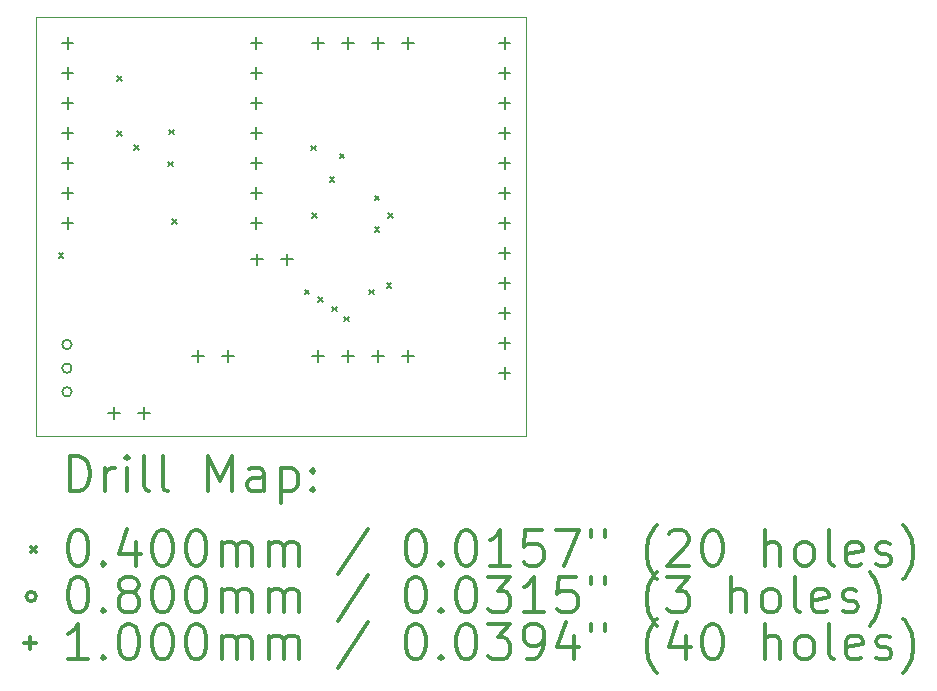
<source format=gbr>
%FSLAX45Y45*%
G04 Gerber Fmt 4.5, Leading zero omitted, Abs format (unit mm)*
G04 Created by KiCad (PCBNEW (5.1.10-1-10_14)) date 2022-02-17 23:12:56*
%MOMM*%
%LPD*%
G01*
G04 APERTURE LIST*
%TA.AperFunction,Profile*%
%ADD10C,0.050000*%
%TD*%
%ADD11C,0.200000*%
%ADD12C,0.300000*%
G04 APERTURE END LIST*
D10*
X9450000Y-2900000D02*
X5300000Y-2900000D01*
X9450000Y-6450000D02*
X9450000Y-2900000D01*
X5300000Y-6450000D02*
X9450000Y-6450000D01*
X5300000Y-2900000D02*
X5300000Y-6450000D01*
D11*
X5490000Y-4900000D02*
X5530000Y-4940000D01*
X5530000Y-4900000D02*
X5490000Y-4940000D01*
X5985000Y-3400000D02*
X6025000Y-3440000D01*
X6025000Y-3400000D02*
X5985000Y-3440000D01*
X5985000Y-3870000D02*
X6025000Y-3910000D01*
X6025000Y-3870000D02*
X5985000Y-3910000D01*
X6127500Y-3987500D02*
X6167500Y-4027500D01*
X6167500Y-3987500D02*
X6127500Y-4027500D01*
X6417500Y-4127500D02*
X6457500Y-4167500D01*
X6457500Y-4127500D02*
X6417500Y-4167500D01*
X6425000Y-3855000D02*
X6465000Y-3895000D01*
X6465000Y-3855000D02*
X6425000Y-3895000D01*
X6452500Y-4612500D02*
X6492500Y-4652500D01*
X6492500Y-4612500D02*
X6452500Y-4652500D01*
X7572500Y-5210000D02*
X7612500Y-5250000D01*
X7612500Y-5210000D02*
X7572500Y-5250000D01*
X7625015Y-3992515D02*
X7665015Y-4032515D01*
X7665015Y-3992515D02*
X7625015Y-4032515D01*
X7635000Y-4560000D02*
X7675000Y-4600000D01*
X7675000Y-4560000D02*
X7635000Y-4600000D01*
X7687500Y-5275000D02*
X7727500Y-5315000D01*
X7727500Y-5275000D02*
X7687500Y-5315000D01*
X7785000Y-4260000D02*
X7825000Y-4300000D01*
X7825000Y-4260000D02*
X7785000Y-4300000D01*
X7802500Y-5355000D02*
X7842500Y-5395000D01*
X7842500Y-5355000D02*
X7802500Y-5395000D01*
X7870000Y-4060000D02*
X7910000Y-4100000D01*
X7910000Y-4060000D02*
X7870000Y-4100000D01*
X7905000Y-5440000D02*
X7945000Y-5480000D01*
X7945000Y-5440000D02*
X7905000Y-5480000D01*
X8120000Y-5210000D02*
X8160000Y-5250000D01*
X8160000Y-5210000D02*
X8120000Y-5250000D01*
X8165000Y-4415000D02*
X8205000Y-4455000D01*
X8205000Y-4415000D02*
X8165000Y-4455000D01*
X8165000Y-4680000D02*
X8205000Y-4720000D01*
X8205000Y-4680000D02*
X8165000Y-4720000D01*
X8267500Y-5157500D02*
X8307500Y-5197500D01*
X8307500Y-5157500D02*
X8267500Y-5197500D01*
X8280000Y-4560000D02*
X8320000Y-4600000D01*
X8320000Y-4560000D02*
X8280000Y-4600000D01*
X5600000Y-5675000D02*
G75*
G03*
X5600000Y-5675000I-40000J0D01*
G01*
X5600000Y-5875000D02*
G75*
G03*
X5600000Y-5875000I-40000J0D01*
G01*
X5600000Y-6075000D02*
G75*
G03*
X5600000Y-6075000I-40000J0D01*
G01*
X5565000Y-3073000D02*
X5565000Y-3173000D01*
X5515000Y-3123000D02*
X5615000Y-3123000D01*
X5565000Y-3327000D02*
X5565000Y-3427000D01*
X5515000Y-3377000D02*
X5615000Y-3377000D01*
X5565000Y-3581000D02*
X5565000Y-3681000D01*
X5515000Y-3631000D02*
X5615000Y-3631000D01*
X5565000Y-3835000D02*
X5565000Y-3935000D01*
X5515000Y-3885000D02*
X5615000Y-3885000D01*
X5565000Y-4089000D02*
X5565000Y-4189000D01*
X5515000Y-4139000D02*
X5615000Y-4139000D01*
X5565000Y-4343000D02*
X5565000Y-4443000D01*
X5515000Y-4393000D02*
X5615000Y-4393000D01*
X5565000Y-4597000D02*
X5565000Y-4697000D01*
X5515000Y-4647000D02*
X5615000Y-4647000D01*
X5956000Y-6205000D02*
X5956000Y-6305000D01*
X5906000Y-6255000D02*
X6006000Y-6255000D01*
X6210000Y-6205000D02*
X6210000Y-6305000D01*
X6160000Y-6255000D02*
X6260000Y-6255000D01*
X6671000Y-5725000D02*
X6671000Y-5825000D01*
X6621000Y-5775000D02*
X6721000Y-5775000D01*
X6925000Y-5725000D02*
X6925000Y-5825000D01*
X6875000Y-5775000D02*
X6975000Y-5775000D01*
X7165000Y-3073000D02*
X7165000Y-3173000D01*
X7115000Y-3123000D02*
X7215000Y-3123000D01*
X7165000Y-3327000D02*
X7165000Y-3427000D01*
X7115000Y-3377000D02*
X7215000Y-3377000D01*
X7165000Y-3581000D02*
X7165000Y-3681000D01*
X7115000Y-3631000D02*
X7215000Y-3631000D01*
X7165000Y-3835000D02*
X7165000Y-3935000D01*
X7115000Y-3885000D02*
X7215000Y-3885000D01*
X7165000Y-4089000D02*
X7165000Y-4189000D01*
X7115000Y-4139000D02*
X7215000Y-4139000D01*
X7165000Y-4343000D02*
X7165000Y-4443000D01*
X7115000Y-4393000D02*
X7215000Y-4393000D01*
X7165000Y-4597000D02*
X7165000Y-4697000D01*
X7115000Y-4647000D02*
X7215000Y-4647000D01*
X7166000Y-4905000D02*
X7166000Y-5005000D01*
X7116000Y-4955000D02*
X7216000Y-4955000D01*
X7420000Y-4905000D02*
X7420000Y-5005000D01*
X7370000Y-4955000D02*
X7470000Y-4955000D01*
X7685000Y-3070000D02*
X7685000Y-3170000D01*
X7635000Y-3120000D02*
X7735000Y-3120000D01*
X7687000Y-5725000D02*
X7687000Y-5825000D01*
X7637000Y-5775000D02*
X7737000Y-5775000D01*
X7939000Y-3070000D02*
X7939000Y-3170000D01*
X7889000Y-3120000D02*
X7989000Y-3120000D01*
X7941000Y-5725000D02*
X7941000Y-5825000D01*
X7891000Y-5775000D02*
X7991000Y-5775000D01*
X8193000Y-3070000D02*
X8193000Y-3170000D01*
X8143000Y-3120000D02*
X8243000Y-3120000D01*
X8195000Y-5725000D02*
X8195000Y-5825000D01*
X8145000Y-5775000D02*
X8245000Y-5775000D01*
X8447000Y-3070000D02*
X8447000Y-3170000D01*
X8397000Y-3120000D02*
X8497000Y-3120000D01*
X8449000Y-5725000D02*
X8449000Y-5825000D01*
X8399000Y-5775000D02*
X8499000Y-5775000D01*
X9265000Y-3075000D02*
X9265000Y-3175000D01*
X9215000Y-3125000D02*
X9315000Y-3125000D01*
X9265000Y-3329000D02*
X9265000Y-3429000D01*
X9215000Y-3379000D02*
X9315000Y-3379000D01*
X9265000Y-3583000D02*
X9265000Y-3683000D01*
X9215000Y-3633000D02*
X9315000Y-3633000D01*
X9265000Y-3837000D02*
X9265000Y-3937000D01*
X9215000Y-3887000D02*
X9315000Y-3887000D01*
X9265000Y-4091000D02*
X9265000Y-4191000D01*
X9215000Y-4141000D02*
X9315000Y-4141000D01*
X9265000Y-4345000D02*
X9265000Y-4445000D01*
X9215000Y-4395000D02*
X9315000Y-4395000D01*
X9265000Y-4599000D02*
X9265000Y-4699000D01*
X9215000Y-4649000D02*
X9315000Y-4649000D01*
X9265000Y-4853000D02*
X9265000Y-4953000D01*
X9215000Y-4903000D02*
X9315000Y-4903000D01*
X9265000Y-5107000D02*
X9265000Y-5207000D01*
X9215000Y-5157000D02*
X9315000Y-5157000D01*
X9265000Y-5361000D02*
X9265000Y-5461000D01*
X9215000Y-5411000D02*
X9315000Y-5411000D01*
X9265000Y-5615000D02*
X9265000Y-5715000D01*
X9215000Y-5665000D02*
X9315000Y-5665000D01*
X9265000Y-5869000D02*
X9265000Y-5969000D01*
X9215000Y-5919000D02*
X9315000Y-5919000D01*
D12*
X5583928Y-6918214D02*
X5583928Y-6618214D01*
X5655357Y-6618214D01*
X5698214Y-6632500D01*
X5726786Y-6661071D01*
X5741071Y-6689643D01*
X5755357Y-6746786D01*
X5755357Y-6789643D01*
X5741071Y-6846786D01*
X5726786Y-6875357D01*
X5698214Y-6903929D01*
X5655357Y-6918214D01*
X5583928Y-6918214D01*
X5883928Y-6918214D02*
X5883928Y-6718214D01*
X5883928Y-6775357D02*
X5898214Y-6746786D01*
X5912500Y-6732500D01*
X5941071Y-6718214D01*
X5969643Y-6718214D01*
X6069643Y-6918214D02*
X6069643Y-6718214D01*
X6069643Y-6618214D02*
X6055357Y-6632500D01*
X6069643Y-6646786D01*
X6083928Y-6632500D01*
X6069643Y-6618214D01*
X6069643Y-6646786D01*
X6255357Y-6918214D02*
X6226786Y-6903929D01*
X6212500Y-6875357D01*
X6212500Y-6618214D01*
X6412500Y-6918214D02*
X6383928Y-6903929D01*
X6369643Y-6875357D01*
X6369643Y-6618214D01*
X6755357Y-6918214D02*
X6755357Y-6618214D01*
X6855357Y-6832500D01*
X6955357Y-6618214D01*
X6955357Y-6918214D01*
X7226786Y-6918214D02*
X7226786Y-6761071D01*
X7212500Y-6732500D01*
X7183928Y-6718214D01*
X7126786Y-6718214D01*
X7098214Y-6732500D01*
X7226786Y-6903929D02*
X7198214Y-6918214D01*
X7126786Y-6918214D01*
X7098214Y-6903929D01*
X7083928Y-6875357D01*
X7083928Y-6846786D01*
X7098214Y-6818214D01*
X7126786Y-6803929D01*
X7198214Y-6803929D01*
X7226786Y-6789643D01*
X7369643Y-6718214D02*
X7369643Y-7018214D01*
X7369643Y-6732500D02*
X7398214Y-6718214D01*
X7455357Y-6718214D01*
X7483928Y-6732500D01*
X7498214Y-6746786D01*
X7512500Y-6775357D01*
X7512500Y-6861071D01*
X7498214Y-6889643D01*
X7483928Y-6903929D01*
X7455357Y-6918214D01*
X7398214Y-6918214D01*
X7369643Y-6903929D01*
X7641071Y-6889643D02*
X7655357Y-6903929D01*
X7641071Y-6918214D01*
X7626786Y-6903929D01*
X7641071Y-6889643D01*
X7641071Y-6918214D01*
X7641071Y-6732500D02*
X7655357Y-6746786D01*
X7641071Y-6761071D01*
X7626786Y-6746786D01*
X7641071Y-6732500D01*
X7641071Y-6761071D01*
X5257500Y-7392500D02*
X5297500Y-7432500D01*
X5297500Y-7392500D02*
X5257500Y-7432500D01*
X5641071Y-7248214D02*
X5669643Y-7248214D01*
X5698214Y-7262500D01*
X5712500Y-7276786D01*
X5726786Y-7305357D01*
X5741071Y-7362500D01*
X5741071Y-7433929D01*
X5726786Y-7491071D01*
X5712500Y-7519643D01*
X5698214Y-7533929D01*
X5669643Y-7548214D01*
X5641071Y-7548214D01*
X5612500Y-7533929D01*
X5598214Y-7519643D01*
X5583928Y-7491071D01*
X5569643Y-7433929D01*
X5569643Y-7362500D01*
X5583928Y-7305357D01*
X5598214Y-7276786D01*
X5612500Y-7262500D01*
X5641071Y-7248214D01*
X5869643Y-7519643D02*
X5883928Y-7533929D01*
X5869643Y-7548214D01*
X5855357Y-7533929D01*
X5869643Y-7519643D01*
X5869643Y-7548214D01*
X6141071Y-7348214D02*
X6141071Y-7548214D01*
X6069643Y-7233929D02*
X5998214Y-7448214D01*
X6183928Y-7448214D01*
X6355357Y-7248214D02*
X6383928Y-7248214D01*
X6412500Y-7262500D01*
X6426786Y-7276786D01*
X6441071Y-7305357D01*
X6455357Y-7362500D01*
X6455357Y-7433929D01*
X6441071Y-7491071D01*
X6426786Y-7519643D01*
X6412500Y-7533929D01*
X6383928Y-7548214D01*
X6355357Y-7548214D01*
X6326786Y-7533929D01*
X6312500Y-7519643D01*
X6298214Y-7491071D01*
X6283928Y-7433929D01*
X6283928Y-7362500D01*
X6298214Y-7305357D01*
X6312500Y-7276786D01*
X6326786Y-7262500D01*
X6355357Y-7248214D01*
X6641071Y-7248214D02*
X6669643Y-7248214D01*
X6698214Y-7262500D01*
X6712500Y-7276786D01*
X6726786Y-7305357D01*
X6741071Y-7362500D01*
X6741071Y-7433929D01*
X6726786Y-7491071D01*
X6712500Y-7519643D01*
X6698214Y-7533929D01*
X6669643Y-7548214D01*
X6641071Y-7548214D01*
X6612500Y-7533929D01*
X6598214Y-7519643D01*
X6583928Y-7491071D01*
X6569643Y-7433929D01*
X6569643Y-7362500D01*
X6583928Y-7305357D01*
X6598214Y-7276786D01*
X6612500Y-7262500D01*
X6641071Y-7248214D01*
X6869643Y-7548214D02*
X6869643Y-7348214D01*
X6869643Y-7376786D02*
X6883928Y-7362500D01*
X6912500Y-7348214D01*
X6955357Y-7348214D01*
X6983928Y-7362500D01*
X6998214Y-7391071D01*
X6998214Y-7548214D01*
X6998214Y-7391071D02*
X7012500Y-7362500D01*
X7041071Y-7348214D01*
X7083928Y-7348214D01*
X7112500Y-7362500D01*
X7126786Y-7391071D01*
X7126786Y-7548214D01*
X7269643Y-7548214D02*
X7269643Y-7348214D01*
X7269643Y-7376786D02*
X7283928Y-7362500D01*
X7312500Y-7348214D01*
X7355357Y-7348214D01*
X7383928Y-7362500D01*
X7398214Y-7391071D01*
X7398214Y-7548214D01*
X7398214Y-7391071D02*
X7412500Y-7362500D01*
X7441071Y-7348214D01*
X7483928Y-7348214D01*
X7512500Y-7362500D01*
X7526786Y-7391071D01*
X7526786Y-7548214D01*
X8112500Y-7233929D02*
X7855357Y-7619643D01*
X8498214Y-7248214D02*
X8526786Y-7248214D01*
X8555357Y-7262500D01*
X8569643Y-7276786D01*
X8583928Y-7305357D01*
X8598214Y-7362500D01*
X8598214Y-7433929D01*
X8583928Y-7491071D01*
X8569643Y-7519643D01*
X8555357Y-7533929D01*
X8526786Y-7548214D01*
X8498214Y-7548214D01*
X8469643Y-7533929D01*
X8455357Y-7519643D01*
X8441071Y-7491071D01*
X8426786Y-7433929D01*
X8426786Y-7362500D01*
X8441071Y-7305357D01*
X8455357Y-7276786D01*
X8469643Y-7262500D01*
X8498214Y-7248214D01*
X8726786Y-7519643D02*
X8741071Y-7533929D01*
X8726786Y-7548214D01*
X8712500Y-7533929D01*
X8726786Y-7519643D01*
X8726786Y-7548214D01*
X8926786Y-7248214D02*
X8955357Y-7248214D01*
X8983928Y-7262500D01*
X8998214Y-7276786D01*
X9012500Y-7305357D01*
X9026786Y-7362500D01*
X9026786Y-7433929D01*
X9012500Y-7491071D01*
X8998214Y-7519643D01*
X8983928Y-7533929D01*
X8955357Y-7548214D01*
X8926786Y-7548214D01*
X8898214Y-7533929D01*
X8883928Y-7519643D01*
X8869643Y-7491071D01*
X8855357Y-7433929D01*
X8855357Y-7362500D01*
X8869643Y-7305357D01*
X8883928Y-7276786D01*
X8898214Y-7262500D01*
X8926786Y-7248214D01*
X9312500Y-7548214D02*
X9141071Y-7548214D01*
X9226786Y-7548214D02*
X9226786Y-7248214D01*
X9198214Y-7291071D01*
X9169643Y-7319643D01*
X9141071Y-7333929D01*
X9583928Y-7248214D02*
X9441071Y-7248214D01*
X9426786Y-7391071D01*
X9441071Y-7376786D01*
X9469643Y-7362500D01*
X9541071Y-7362500D01*
X9569643Y-7376786D01*
X9583928Y-7391071D01*
X9598214Y-7419643D01*
X9598214Y-7491071D01*
X9583928Y-7519643D01*
X9569643Y-7533929D01*
X9541071Y-7548214D01*
X9469643Y-7548214D01*
X9441071Y-7533929D01*
X9426786Y-7519643D01*
X9698214Y-7248214D02*
X9898214Y-7248214D01*
X9769643Y-7548214D01*
X9998214Y-7248214D02*
X9998214Y-7305357D01*
X10112500Y-7248214D02*
X10112500Y-7305357D01*
X10555357Y-7662500D02*
X10541071Y-7648214D01*
X10512500Y-7605357D01*
X10498214Y-7576786D01*
X10483928Y-7533929D01*
X10469643Y-7462500D01*
X10469643Y-7405357D01*
X10483928Y-7333929D01*
X10498214Y-7291071D01*
X10512500Y-7262500D01*
X10541071Y-7219643D01*
X10555357Y-7205357D01*
X10655357Y-7276786D02*
X10669643Y-7262500D01*
X10698214Y-7248214D01*
X10769643Y-7248214D01*
X10798214Y-7262500D01*
X10812500Y-7276786D01*
X10826786Y-7305357D01*
X10826786Y-7333929D01*
X10812500Y-7376786D01*
X10641071Y-7548214D01*
X10826786Y-7548214D01*
X11012500Y-7248214D02*
X11041071Y-7248214D01*
X11069643Y-7262500D01*
X11083928Y-7276786D01*
X11098214Y-7305357D01*
X11112500Y-7362500D01*
X11112500Y-7433929D01*
X11098214Y-7491071D01*
X11083928Y-7519643D01*
X11069643Y-7533929D01*
X11041071Y-7548214D01*
X11012500Y-7548214D01*
X10983928Y-7533929D01*
X10969643Y-7519643D01*
X10955357Y-7491071D01*
X10941071Y-7433929D01*
X10941071Y-7362500D01*
X10955357Y-7305357D01*
X10969643Y-7276786D01*
X10983928Y-7262500D01*
X11012500Y-7248214D01*
X11469643Y-7548214D02*
X11469643Y-7248214D01*
X11598214Y-7548214D02*
X11598214Y-7391071D01*
X11583928Y-7362500D01*
X11555357Y-7348214D01*
X11512500Y-7348214D01*
X11483928Y-7362500D01*
X11469643Y-7376786D01*
X11783928Y-7548214D02*
X11755357Y-7533929D01*
X11741071Y-7519643D01*
X11726786Y-7491071D01*
X11726786Y-7405357D01*
X11741071Y-7376786D01*
X11755357Y-7362500D01*
X11783928Y-7348214D01*
X11826786Y-7348214D01*
X11855357Y-7362500D01*
X11869643Y-7376786D01*
X11883928Y-7405357D01*
X11883928Y-7491071D01*
X11869643Y-7519643D01*
X11855357Y-7533929D01*
X11826786Y-7548214D01*
X11783928Y-7548214D01*
X12055357Y-7548214D02*
X12026786Y-7533929D01*
X12012500Y-7505357D01*
X12012500Y-7248214D01*
X12283928Y-7533929D02*
X12255357Y-7548214D01*
X12198214Y-7548214D01*
X12169643Y-7533929D01*
X12155357Y-7505357D01*
X12155357Y-7391071D01*
X12169643Y-7362500D01*
X12198214Y-7348214D01*
X12255357Y-7348214D01*
X12283928Y-7362500D01*
X12298214Y-7391071D01*
X12298214Y-7419643D01*
X12155357Y-7448214D01*
X12412500Y-7533929D02*
X12441071Y-7548214D01*
X12498214Y-7548214D01*
X12526786Y-7533929D01*
X12541071Y-7505357D01*
X12541071Y-7491071D01*
X12526786Y-7462500D01*
X12498214Y-7448214D01*
X12455357Y-7448214D01*
X12426786Y-7433929D01*
X12412500Y-7405357D01*
X12412500Y-7391071D01*
X12426786Y-7362500D01*
X12455357Y-7348214D01*
X12498214Y-7348214D01*
X12526786Y-7362500D01*
X12641071Y-7662500D02*
X12655357Y-7648214D01*
X12683928Y-7605357D01*
X12698214Y-7576786D01*
X12712500Y-7533929D01*
X12726786Y-7462500D01*
X12726786Y-7405357D01*
X12712500Y-7333929D01*
X12698214Y-7291071D01*
X12683928Y-7262500D01*
X12655357Y-7219643D01*
X12641071Y-7205357D01*
X5297500Y-7808500D02*
G75*
G03*
X5297500Y-7808500I-40000J0D01*
G01*
X5641071Y-7644214D02*
X5669643Y-7644214D01*
X5698214Y-7658500D01*
X5712500Y-7672786D01*
X5726786Y-7701357D01*
X5741071Y-7758500D01*
X5741071Y-7829929D01*
X5726786Y-7887071D01*
X5712500Y-7915643D01*
X5698214Y-7929929D01*
X5669643Y-7944214D01*
X5641071Y-7944214D01*
X5612500Y-7929929D01*
X5598214Y-7915643D01*
X5583928Y-7887071D01*
X5569643Y-7829929D01*
X5569643Y-7758500D01*
X5583928Y-7701357D01*
X5598214Y-7672786D01*
X5612500Y-7658500D01*
X5641071Y-7644214D01*
X5869643Y-7915643D02*
X5883928Y-7929929D01*
X5869643Y-7944214D01*
X5855357Y-7929929D01*
X5869643Y-7915643D01*
X5869643Y-7944214D01*
X6055357Y-7772786D02*
X6026786Y-7758500D01*
X6012500Y-7744214D01*
X5998214Y-7715643D01*
X5998214Y-7701357D01*
X6012500Y-7672786D01*
X6026786Y-7658500D01*
X6055357Y-7644214D01*
X6112500Y-7644214D01*
X6141071Y-7658500D01*
X6155357Y-7672786D01*
X6169643Y-7701357D01*
X6169643Y-7715643D01*
X6155357Y-7744214D01*
X6141071Y-7758500D01*
X6112500Y-7772786D01*
X6055357Y-7772786D01*
X6026786Y-7787071D01*
X6012500Y-7801357D01*
X5998214Y-7829929D01*
X5998214Y-7887071D01*
X6012500Y-7915643D01*
X6026786Y-7929929D01*
X6055357Y-7944214D01*
X6112500Y-7944214D01*
X6141071Y-7929929D01*
X6155357Y-7915643D01*
X6169643Y-7887071D01*
X6169643Y-7829929D01*
X6155357Y-7801357D01*
X6141071Y-7787071D01*
X6112500Y-7772786D01*
X6355357Y-7644214D02*
X6383928Y-7644214D01*
X6412500Y-7658500D01*
X6426786Y-7672786D01*
X6441071Y-7701357D01*
X6455357Y-7758500D01*
X6455357Y-7829929D01*
X6441071Y-7887071D01*
X6426786Y-7915643D01*
X6412500Y-7929929D01*
X6383928Y-7944214D01*
X6355357Y-7944214D01*
X6326786Y-7929929D01*
X6312500Y-7915643D01*
X6298214Y-7887071D01*
X6283928Y-7829929D01*
X6283928Y-7758500D01*
X6298214Y-7701357D01*
X6312500Y-7672786D01*
X6326786Y-7658500D01*
X6355357Y-7644214D01*
X6641071Y-7644214D02*
X6669643Y-7644214D01*
X6698214Y-7658500D01*
X6712500Y-7672786D01*
X6726786Y-7701357D01*
X6741071Y-7758500D01*
X6741071Y-7829929D01*
X6726786Y-7887071D01*
X6712500Y-7915643D01*
X6698214Y-7929929D01*
X6669643Y-7944214D01*
X6641071Y-7944214D01*
X6612500Y-7929929D01*
X6598214Y-7915643D01*
X6583928Y-7887071D01*
X6569643Y-7829929D01*
X6569643Y-7758500D01*
X6583928Y-7701357D01*
X6598214Y-7672786D01*
X6612500Y-7658500D01*
X6641071Y-7644214D01*
X6869643Y-7944214D02*
X6869643Y-7744214D01*
X6869643Y-7772786D02*
X6883928Y-7758500D01*
X6912500Y-7744214D01*
X6955357Y-7744214D01*
X6983928Y-7758500D01*
X6998214Y-7787071D01*
X6998214Y-7944214D01*
X6998214Y-7787071D02*
X7012500Y-7758500D01*
X7041071Y-7744214D01*
X7083928Y-7744214D01*
X7112500Y-7758500D01*
X7126786Y-7787071D01*
X7126786Y-7944214D01*
X7269643Y-7944214D02*
X7269643Y-7744214D01*
X7269643Y-7772786D02*
X7283928Y-7758500D01*
X7312500Y-7744214D01*
X7355357Y-7744214D01*
X7383928Y-7758500D01*
X7398214Y-7787071D01*
X7398214Y-7944214D01*
X7398214Y-7787071D02*
X7412500Y-7758500D01*
X7441071Y-7744214D01*
X7483928Y-7744214D01*
X7512500Y-7758500D01*
X7526786Y-7787071D01*
X7526786Y-7944214D01*
X8112500Y-7629929D02*
X7855357Y-8015643D01*
X8498214Y-7644214D02*
X8526786Y-7644214D01*
X8555357Y-7658500D01*
X8569643Y-7672786D01*
X8583928Y-7701357D01*
X8598214Y-7758500D01*
X8598214Y-7829929D01*
X8583928Y-7887071D01*
X8569643Y-7915643D01*
X8555357Y-7929929D01*
X8526786Y-7944214D01*
X8498214Y-7944214D01*
X8469643Y-7929929D01*
X8455357Y-7915643D01*
X8441071Y-7887071D01*
X8426786Y-7829929D01*
X8426786Y-7758500D01*
X8441071Y-7701357D01*
X8455357Y-7672786D01*
X8469643Y-7658500D01*
X8498214Y-7644214D01*
X8726786Y-7915643D02*
X8741071Y-7929929D01*
X8726786Y-7944214D01*
X8712500Y-7929929D01*
X8726786Y-7915643D01*
X8726786Y-7944214D01*
X8926786Y-7644214D02*
X8955357Y-7644214D01*
X8983928Y-7658500D01*
X8998214Y-7672786D01*
X9012500Y-7701357D01*
X9026786Y-7758500D01*
X9026786Y-7829929D01*
X9012500Y-7887071D01*
X8998214Y-7915643D01*
X8983928Y-7929929D01*
X8955357Y-7944214D01*
X8926786Y-7944214D01*
X8898214Y-7929929D01*
X8883928Y-7915643D01*
X8869643Y-7887071D01*
X8855357Y-7829929D01*
X8855357Y-7758500D01*
X8869643Y-7701357D01*
X8883928Y-7672786D01*
X8898214Y-7658500D01*
X8926786Y-7644214D01*
X9126786Y-7644214D02*
X9312500Y-7644214D01*
X9212500Y-7758500D01*
X9255357Y-7758500D01*
X9283928Y-7772786D01*
X9298214Y-7787071D01*
X9312500Y-7815643D01*
X9312500Y-7887071D01*
X9298214Y-7915643D01*
X9283928Y-7929929D01*
X9255357Y-7944214D01*
X9169643Y-7944214D01*
X9141071Y-7929929D01*
X9126786Y-7915643D01*
X9598214Y-7944214D02*
X9426786Y-7944214D01*
X9512500Y-7944214D02*
X9512500Y-7644214D01*
X9483928Y-7687071D01*
X9455357Y-7715643D01*
X9426786Y-7729929D01*
X9869643Y-7644214D02*
X9726786Y-7644214D01*
X9712500Y-7787071D01*
X9726786Y-7772786D01*
X9755357Y-7758500D01*
X9826786Y-7758500D01*
X9855357Y-7772786D01*
X9869643Y-7787071D01*
X9883928Y-7815643D01*
X9883928Y-7887071D01*
X9869643Y-7915643D01*
X9855357Y-7929929D01*
X9826786Y-7944214D01*
X9755357Y-7944214D01*
X9726786Y-7929929D01*
X9712500Y-7915643D01*
X9998214Y-7644214D02*
X9998214Y-7701357D01*
X10112500Y-7644214D02*
X10112500Y-7701357D01*
X10555357Y-8058500D02*
X10541071Y-8044214D01*
X10512500Y-8001357D01*
X10498214Y-7972786D01*
X10483928Y-7929929D01*
X10469643Y-7858500D01*
X10469643Y-7801357D01*
X10483928Y-7729929D01*
X10498214Y-7687071D01*
X10512500Y-7658500D01*
X10541071Y-7615643D01*
X10555357Y-7601357D01*
X10641071Y-7644214D02*
X10826786Y-7644214D01*
X10726786Y-7758500D01*
X10769643Y-7758500D01*
X10798214Y-7772786D01*
X10812500Y-7787071D01*
X10826786Y-7815643D01*
X10826786Y-7887071D01*
X10812500Y-7915643D01*
X10798214Y-7929929D01*
X10769643Y-7944214D01*
X10683928Y-7944214D01*
X10655357Y-7929929D01*
X10641071Y-7915643D01*
X11183928Y-7944214D02*
X11183928Y-7644214D01*
X11312500Y-7944214D02*
X11312500Y-7787071D01*
X11298214Y-7758500D01*
X11269643Y-7744214D01*
X11226786Y-7744214D01*
X11198214Y-7758500D01*
X11183928Y-7772786D01*
X11498214Y-7944214D02*
X11469643Y-7929929D01*
X11455357Y-7915643D01*
X11441071Y-7887071D01*
X11441071Y-7801357D01*
X11455357Y-7772786D01*
X11469643Y-7758500D01*
X11498214Y-7744214D01*
X11541071Y-7744214D01*
X11569643Y-7758500D01*
X11583928Y-7772786D01*
X11598214Y-7801357D01*
X11598214Y-7887071D01*
X11583928Y-7915643D01*
X11569643Y-7929929D01*
X11541071Y-7944214D01*
X11498214Y-7944214D01*
X11769643Y-7944214D02*
X11741071Y-7929929D01*
X11726786Y-7901357D01*
X11726786Y-7644214D01*
X11998214Y-7929929D02*
X11969643Y-7944214D01*
X11912500Y-7944214D01*
X11883928Y-7929929D01*
X11869643Y-7901357D01*
X11869643Y-7787071D01*
X11883928Y-7758500D01*
X11912500Y-7744214D01*
X11969643Y-7744214D01*
X11998214Y-7758500D01*
X12012500Y-7787071D01*
X12012500Y-7815643D01*
X11869643Y-7844214D01*
X12126786Y-7929929D02*
X12155357Y-7944214D01*
X12212500Y-7944214D01*
X12241071Y-7929929D01*
X12255357Y-7901357D01*
X12255357Y-7887071D01*
X12241071Y-7858500D01*
X12212500Y-7844214D01*
X12169643Y-7844214D01*
X12141071Y-7829929D01*
X12126786Y-7801357D01*
X12126786Y-7787071D01*
X12141071Y-7758500D01*
X12169643Y-7744214D01*
X12212500Y-7744214D01*
X12241071Y-7758500D01*
X12355357Y-8058500D02*
X12369643Y-8044214D01*
X12398214Y-8001357D01*
X12412500Y-7972786D01*
X12426786Y-7929929D01*
X12441071Y-7858500D01*
X12441071Y-7801357D01*
X12426786Y-7729929D01*
X12412500Y-7687071D01*
X12398214Y-7658500D01*
X12369643Y-7615643D01*
X12355357Y-7601357D01*
X5247500Y-8154500D02*
X5247500Y-8254500D01*
X5197500Y-8204500D02*
X5297500Y-8204500D01*
X5741071Y-8340214D02*
X5569643Y-8340214D01*
X5655357Y-8340214D02*
X5655357Y-8040214D01*
X5626786Y-8083071D01*
X5598214Y-8111643D01*
X5569643Y-8125929D01*
X5869643Y-8311643D02*
X5883928Y-8325929D01*
X5869643Y-8340214D01*
X5855357Y-8325929D01*
X5869643Y-8311643D01*
X5869643Y-8340214D01*
X6069643Y-8040214D02*
X6098214Y-8040214D01*
X6126786Y-8054500D01*
X6141071Y-8068786D01*
X6155357Y-8097357D01*
X6169643Y-8154500D01*
X6169643Y-8225929D01*
X6155357Y-8283071D01*
X6141071Y-8311643D01*
X6126786Y-8325929D01*
X6098214Y-8340214D01*
X6069643Y-8340214D01*
X6041071Y-8325929D01*
X6026786Y-8311643D01*
X6012500Y-8283071D01*
X5998214Y-8225929D01*
X5998214Y-8154500D01*
X6012500Y-8097357D01*
X6026786Y-8068786D01*
X6041071Y-8054500D01*
X6069643Y-8040214D01*
X6355357Y-8040214D02*
X6383928Y-8040214D01*
X6412500Y-8054500D01*
X6426786Y-8068786D01*
X6441071Y-8097357D01*
X6455357Y-8154500D01*
X6455357Y-8225929D01*
X6441071Y-8283071D01*
X6426786Y-8311643D01*
X6412500Y-8325929D01*
X6383928Y-8340214D01*
X6355357Y-8340214D01*
X6326786Y-8325929D01*
X6312500Y-8311643D01*
X6298214Y-8283071D01*
X6283928Y-8225929D01*
X6283928Y-8154500D01*
X6298214Y-8097357D01*
X6312500Y-8068786D01*
X6326786Y-8054500D01*
X6355357Y-8040214D01*
X6641071Y-8040214D02*
X6669643Y-8040214D01*
X6698214Y-8054500D01*
X6712500Y-8068786D01*
X6726786Y-8097357D01*
X6741071Y-8154500D01*
X6741071Y-8225929D01*
X6726786Y-8283071D01*
X6712500Y-8311643D01*
X6698214Y-8325929D01*
X6669643Y-8340214D01*
X6641071Y-8340214D01*
X6612500Y-8325929D01*
X6598214Y-8311643D01*
X6583928Y-8283071D01*
X6569643Y-8225929D01*
X6569643Y-8154500D01*
X6583928Y-8097357D01*
X6598214Y-8068786D01*
X6612500Y-8054500D01*
X6641071Y-8040214D01*
X6869643Y-8340214D02*
X6869643Y-8140214D01*
X6869643Y-8168786D02*
X6883928Y-8154500D01*
X6912500Y-8140214D01*
X6955357Y-8140214D01*
X6983928Y-8154500D01*
X6998214Y-8183071D01*
X6998214Y-8340214D01*
X6998214Y-8183071D02*
X7012500Y-8154500D01*
X7041071Y-8140214D01*
X7083928Y-8140214D01*
X7112500Y-8154500D01*
X7126786Y-8183071D01*
X7126786Y-8340214D01*
X7269643Y-8340214D02*
X7269643Y-8140214D01*
X7269643Y-8168786D02*
X7283928Y-8154500D01*
X7312500Y-8140214D01*
X7355357Y-8140214D01*
X7383928Y-8154500D01*
X7398214Y-8183071D01*
X7398214Y-8340214D01*
X7398214Y-8183071D02*
X7412500Y-8154500D01*
X7441071Y-8140214D01*
X7483928Y-8140214D01*
X7512500Y-8154500D01*
X7526786Y-8183071D01*
X7526786Y-8340214D01*
X8112500Y-8025929D02*
X7855357Y-8411643D01*
X8498214Y-8040214D02*
X8526786Y-8040214D01*
X8555357Y-8054500D01*
X8569643Y-8068786D01*
X8583928Y-8097357D01*
X8598214Y-8154500D01*
X8598214Y-8225929D01*
X8583928Y-8283071D01*
X8569643Y-8311643D01*
X8555357Y-8325929D01*
X8526786Y-8340214D01*
X8498214Y-8340214D01*
X8469643Y-8325929D01*
X8455357Y-8311643D01*
X8441071Y-8283071D01*
X8426786Y-8225929D01*
X8426786Y-8154500D01*
X8441071Y-8097357D01*
X8455357Y-8068786D01*
X8469643Y-8054500D01*
X8498214Y-8040214D01*
X8726786Y-8311643D02*
X8741071Y-8325929D01*
X8726786Y-8340214D01*
X8712500Y-8325929D01*
X8726786Y-8311643D01*
X8726786Y-8340214D01*
X8926786Y-8040214D02*
X8955357Y-8040214D01*
X8983928Y-8054500D01*
X8998214Y-8068786D01*
X9012500Y-8097357D01*
X9026786Y-8154500D01*
X9026786Y-8225929D01*
X9012500Y-8283071D01*
X8998214Y-8311643D01*
X8983928Y-8325929D01*
X8955357Y-8340214D01*
X8926786Y-8340214D01*
X8898214Y-8325929D01*
X8883928Y-8311643D01*
X8869643Y-8283071D01*
X8855357Y-8225929D01*
X8855357Y-8154500D01*
X8869643Y-8097357D01*
X8883928Y-8068786D01*
X8898214Y-8054500D01*
X8926786Y-8040214D01*
X9126786Y-8040214D02*
X9312500Y-8040214D01*
X9212500Y-8154500D01*
X9255357Y-8154500D01*
X9283928Y-8168786D01*
X9298214Y-8183071D01*
X9312500Y-8211643D01*
X9312500Y-8283071D01*
X9298214Y-8311643D01*
X9283928Y-8325929D01*
X9255357Y-8340214D01*
X9169643Y-8340214D01*
X9141071Y-8325929D01*
X9126786Y-8311643D01*
X9455357Y-8340214D02*
X9512500Y-8340214D01*
X9541071Y-8325929D01*
X9555357Y-8311643D01*
X9583928Y-8268786D01*
X9598214Y-8211643D01*
X9598214Y-8097357D01*
X9583928Y-8068786D01*
X9569643Y-8054500D01*
X9541071Y-8040214D01*
X9483928Y-8040214D01*
X9455357Y-8054500D01*
X9441071Y-8068786D01*
X9426786Y-8097357D01*
X9426786Y-8168786D01*
X9441071Y-8197357D01*
X9455357Y-8211643D01*
X9483928Y-8225929D01*
X9541071Y-8225929D01*
X9569643Y-8211643D01*
X9583928Y-8197357D01*
X9598214Y-8168786D01*
X9855357Y-8140214D02*
X9855357Y-8340214D01*
X9783928Y-8025929D02*
X9712500Y-8240214D01*
X9898214Y-8240214D01*
X9998214Y-8040214D02*
X9998214Y-8097357D01*
X10112500Y-8040214D02*
X10112500Y-8097357D01*
X10555357Y-8454500D02*
X10541071Y-8440214D01*
X10512500Y-8397357D01*
X10498214Y-8368786D01*
X10483928Y-8325929D01*
X10469643Y-8254500D01*
X10469643Y-8197357D01*
X10483928Y-8125929D01*
X10498214Y-8083071D01*
X10512500Y-8054500D01*
X10541071Y-8011643D01*
X10555357Y-7997357D01*
X10798214Y-8140214D02*
X10798214Y-8340214D01*
X10726786Y-8025929D02*
X10655357Y-8240214D01*
X10841071Y-8240214D01*
X11012500Y-8040214D02*
X11041071Y-8040214D01*
X11069643Y-8054500D01*
X11083928Y-8068786D01*
X11098214Y-8097357D01*
X11112500Y-8154500D01*
X11112500Y-8225929D01*
X11098214Y-8283071D01*
X11083928Y-8311643D01*
X11069643Y-8325929D01*
X11041071Y-8340214D01*
X11012500Y-8340214D01*
X10983928Y-8325929D01*
X10969643Y-8311643D01*
X10955357Y-8283071D01*
X10941071Y-8225929D01*
X10941071Y-8154500D01*
X10955357Y-8097357D01*
X10969643Y-8068786D01*
X10983928Y-8054500D01*
X11012500Y-8040214D01*
X11469643Y-8340214D02*
X11469643Y-8040214D01*
X11598214Y-8340214D02*
X11598214Y-8183071D01*
X11583928Y-8154500D01*
X11555357Y-8140214D01*
X11512500Y-8140214D01*
X11483928Y-8154500D01*
X11469643Y-8168786D01*
X11783928Y-8340214D02*
X11755357Y-8325929D01*
X11741071Y-8311643D01*
X11726786Y-8283071D01*
X11726786Y-8197357D01*
X11741071Y-8168786D01*
X11755357Y-8154500D01*
X11783928Y-8140214D01*
X11826786Y-8140214D01*
X11855357Y-8154500D01*
X11869643Y-8168786D01*
X11883928Y-8197357D01*
X11883928Y-8283071D01*
X11869643Y-8311643D01*
X11855357Y-8325929D01*
X11826786Y-8340214D01*
X11783928Y-8340214D01*
X12055357Y-8340214D02*
X12026786Y-8325929D01*
X12012500Y-8297357D01*
X12012500Y-8040214D01*
X12283928Y-8325929D02*
X12255357Y-8340214D01*
X12198214Y-8340214D01*
X12169643Y-8325929D01*
X12155357Y-8297357D01*
X12155357Y-8183071D01*
X12169643Y-8154500D01*
X12198214Y-8140214D01*
X12255357Y-8140214D01*
X12283928Y-8154500D01*
X12298214Y-8183071D01*
X12298214Y-8211643D01*
X12155357Y-8240214D01*
X12412500Y-8325929D02*
X12441071Y-8340214D01*
X12498214Y-8340214D01*
X12526786Y-8325929D01*
X12541071Y-8297357D01*
X12541071Y-8283071D01*
X12526786Y-8254500D01*
X12498214Y-8240214D01*
X12455357Y-8240214D01*
X12426786Y-8225929D01*
X12412500Y-8197357D01*
X12412500Y-8183071D01*
X12426786Y-8154500D01*
X12455357Y-8140214D01*
X12498214Y-8140214D01*
X12526786Y-8154500D01*
X12641071Y-8454500D02*
X12655357Y-8440214D01*
X12683928Y-8397357D01*
X12698214Y-8368786D01*
X12712500Y-8325929D01*
X12726786Y-8254500D01*
X12726786Y-8197357D01*
X12712500Y-8125929D01*
X12698214Y-8083071D01*
X12683928Y-8054500D01*
X12655357Y-8011643D01*
X12641071Y-7997357D01*
M02*

</source>
